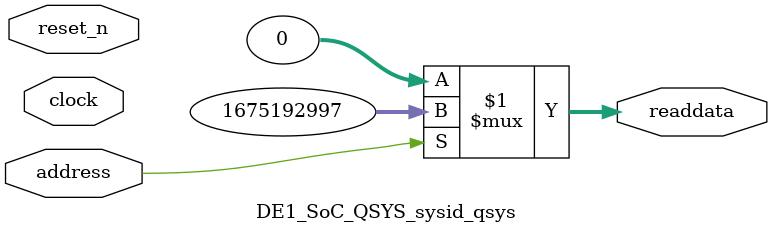
<source format=v>



// synthesis translate_off
`timescale 1ns / 1ps
// synthesis translate_on

// turn off superfluous verilog processor warnings 
// altera message_level Level1 
// altera message_off 10034 10035 10036 10037 10230 10240 10030 

module DE1_SoC_QSYS_sysid_qsys (
               // inputs:
                address,
                clock,
                reset_n,

               // outputs:
                readdata
             )
;

  output  [ 31: 0] readdata;
  input            address;
  input            clock;
  input            reset_n;

  wire    [ 31: 0] readdata;
  //control_slave, which is an e_avalon_slave
  assign readdata = address ? 1675192997 : 0;

endmodule



</source>
